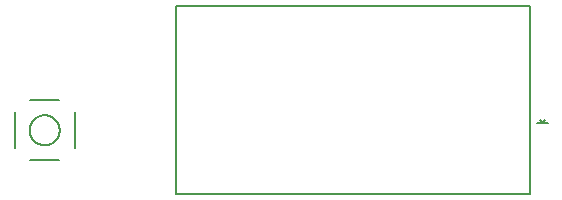
<source format=gto>
G75*
%MOIN*%
%OFA0B0*%
%FSLAX25Y25*%
%IPPOS*%
%LPD*%
%AMOC8*
5,1,8,0,0,1.08239X$1,22.5*
%
%ADD10C,0.00500*%
%ADD11C,0.00800*%
D10*
X0063738Y0042163D02*
X0063738Y0105155D01*
X0181848Y0105155D01*
X0181848Y0042163D01*
X0063738Y0042163D01*
D11*
X0030100Y0057537D02*
X0030100Y0069663D01*
X0024982Y0073600D02*
X0015218Y0073600D01*
X0010100Y0069663D02*
X0010100Y0057537D01*
X0015100Y0053600D02*
X0024982Y0053600D01*
X0015100Y0063600D02*
X0015102Y0063741D01*
X0015108Y0063882D01*
X0015118Y0064022D01*
X0015132Y0064162D01*
X0015150Y0064302D01*
X0015171Y0064441D01*
X0015197Y0064580D01*
X0015226Y0064718D01*
X0015260Y0064854D01*
X0015297Y0064990D01*
X0015338Y0065125D01*
X0015383Y0065259D01*
X0015432Y0065391D01*
X0015484Y0065522D01*
X0015540Y0065651D01*
X0015600Y0065778D01*
X0015663Y0065904D01*
X0015729Y0066028D01*
X0015800Y0066151D01*
X0015873Y0066271D01*
X0015950Y0066389D01*
X0016030Y0066505D01*
X0016114Y0066618D01*
X0016200Y0066729D01*
X0016290Y0066838D01*
X0016383Y0066944D01*
X0016478Y0067047D01*
X0016577Y0067148D01*
X0016678Y0067246D01*
X0016782Y0067341D01*
X0016889Y0067433D01*
X0016998Y0067522D01*
X0017110Y0067607D01*
X0017224Y0067690D01*
X0017340Y0067770D01*
X0017459Y0067846D01*
X0017580Y0067918D01*
X0017702Y0067988D01*
X0017827Y0068053D01*
X0017953Y0068116D01*
X0018081Y0068174D01*
X0018211Y0068229D01*
X0018342Y0068281D01*
X0018475Y0068328D01*
X0018609Y0068372D01*
X0018744Y0068413D01*
X0018880Y0068449D01*
X0019017Y0068481D01*
X0019155Y0068510D01*
X0019293Y0068535D01*
X0019433Y0068555D01*
X0019573Y0068572D01*
X0019713Y0068585D01*
X0019854Y0068594D01*
X0019994Y0068599D01*
X0020135Y0068600D01*
X0020276Y0068597D01*
X0020417Y0068590D01*
X0020557Y0068579D01*
X0020697Y0068564D01*
X0020837Y0068545D01*
X0020976Y0068523D01*
X0021114Y0068496D01*
X0021252Y0068466D01*
X0021388Y0068431D01*
X0021524Y0068393D01*
X0021658Y0068351D01*
X0021792Y0068305D01*
X0021924Y0068256D01*
X0022054Y0068202D01*
X0022183Y0068145D01*
X0022310Y0068085D01*
X0022436Y0068021D01*
X0022559Y0067953D01*
X0022681Y0067882D01*
X0022801Y0067808D01*
X0022918Y0067730D01*
X0023033Y0067649D01*
X0023146Y0067565D01*
X0023257Y0067478D01*
X0023365Y0067387D01*
X0023470Y0067294D01*
X0023573Y0067197D01*
X0023673Y0067098D01*
X0023770Y0066996D01*
X0023864Y0066891D01*
X0023955Y0066784D01*
X0024043Y0066674D01*
X0024128Y0066562D01*
X0024210Y0066447D01*
X0024289Y0066330D01*
X0024364Y0066211D01*
X0024436Y0066090D01*
X0024504Y0065967D01*
X0024569Y0065842D01*
X0024631Y0065715D01*
X0024688Y0065586D01*
X0024743Y0065456D01*
X0024793Y0065325D01*
X0024840Y0065192D01*
X0024883Y0065058D01*
X0024922Y0064922D01*
X0024957Y0064786D01*
X0024989Y0064649D01*
X0025016Y0064511D01*
X0025040Y0064372D01*
X0025060Y0064232D01*
X0025076Y0064092D01*
X0025088Y0063952D01*
X0025096Y0063811D01*
X0025100Y0063670D01*
X0025100Y0063530D01*
X0025096Y0063389D01*
X0025088Y0063248D01*
X0025076Y0063108D01*
X0025060Y0062968D01*
X0025040Y0062828D01*
X0025016Y0062689D01*
X0024989Y0062551D01*
X0024957Y0062414D01*
X0024922Y0062278D01*
X0024883Y0062142D01*
X0024840Y0062008D01*
X0024793Y0061875D01*
X0024743Y0061744D01*
X0024688Y0061614D01*
X0024631Y0061485D01*
X0024569Y0061358D01*
X0024504Y0061233D01*
X0024436Y0061110D01*
X0024364Y0060989D01*
X0024289Y0060870D01*
X0024210Y0060753D01*
X0024128Y0060638D01*
X0024043Y0060526D01*
X0023955Y0060416D01*
X0023864Y0060309D01*
X0023770Y0060204D01*
X0023673Y0060102D01*
X0023573Y0060003D01*
X0023470Y0059906D01*
X0023365Y0059813D01*
X0023257Y0059722D01*
X0023146Y0059635D01*
X0023033Y0059551D01*
X0022918Y0059470D01*
X0022801Y0059392D01*
X0022681Y0059318D01*
X0022559Y0059247D01*
X0022436Y0059179D01*
X0022310Y0059115D01*
X0022183Y0059055D01*
X0022054Y0058998D01*
X0021924Y0058944D01*
X0021792Y0058895D01*
X0021658Y0058849D01*
X0021524Y0058807D01*
X0021388Y0058769D01*
X0021252Y0058734D01*
X0021114Y0058704D01*
X0020976Y0058677D01*
X0020837Y0058655D01*
X0020697Y0058636D01*
X0020557Y0058621D01*
X0020417Y0058610D01*
X0020276Y0058603D01*
X0020135Y0058600D01*
X0019994Y0058601D01*
X0019854Y0058606D01*
X0019713Y0058615D01*
X0019573Y0058628D01*
X0019433Y0058645D01*
X0019293Y0058665D01*
X0019155Y0058690D01*
X0019017Y0058719D01*
X0018880Y0058751D01*
X0018744Y0058787D01*
X0018609Y0058828D01*
X0018475Y0058872D01*
X0018342Y0058919D01*
X0018211Y0058971D01*
X0018081Y0059026D01*
X0017953Y0059084D01*
X0017827Y0059147D01*
X0017702Y0059212D01*
X0017580Y0059282D01*
X0017459Y0059354D01*
X0017340Y0059430D01*
X0017224Y0059510D01*
X0017110Y0059593D01*
X0016998Y0059678D01*
X0016889Y0059767D01*
X0016782Y0059859D01*
X0016678Y0059954D01*
X0016577Y0060052D01*
X0016478Y0060153D01*
X0016383Y0060256D01*
X0016290Y0060362D01*
X0016200Y0060471D01*
X0016114Y0060582D01*
X0016030Y0060695D01*
X0015950Y0060811D01*
X0015873Y0060929D01*
X0015800Y0061049D01*
X0015729Y0061172D01*
X0015663Y0061296D01*
X0015600Y0061422D01*
X0015540Y0061549D01*
X0015484Y0061678D01*
X0015432Y0061809D01*
X0015383Y0061941D01*
X0015338Y0062075D01*
X0015297Y0062210D01*
X0015260Y0062346D01*
X0015226Y0062482D01*
X0015197Y0062620D01*
X0015171Y0062759D01*
X0015150Y0062898D01*
X0015132Y0063038D01*
X0015118Y0063178D01*
X0015108Y0063318D01*
X0015102Y0063459D01*
X0015100Y0063600D01*
X0184289Y0065931D02*
X0186100Y0065931D01*
X0185180Y0067151D01*
X0186100Y0065931D02*
X0187911Y0065931D01*
X0186960Y0067151D02*
X0186200Y0065991D01*
M02*

</source>
